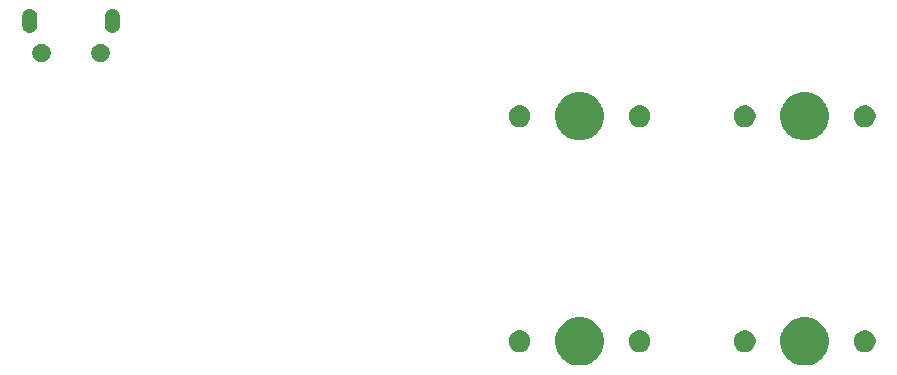
<source format=gbr>
G04 #@! TF.GenerationSoftware,KiCad,Pcbnew,(6.0.0-rc1-dev-1574-g3a1e66dba-dirty)*
G04 #@! TF.CreationDate,2019-01-27T21:49:17+01:00
G04 #@! TF.ProjectId,ai03_tutorial,61693033-5f74-4757-946f-7269616c2e6b,rev?*
G04 #@! TF.SameCoordinates,Original*
G04 #@! TF.FileFunction,Soldermask,Top*
G04 #@! TF.FilePolarity,Negative*
%FSLAX46Y46*%
G04 Gerber Fmt 4.6, Leading zero omitted, Abs format (unit mm)*
G04 Created by KiCad (PCBNEW (6.0.0-rc1-dev-1574-g3a1e66dba-dirty)) date 2019 January 27, Sunday 21:49:17*
%MOMM*%
%LPD*%
G04 APERTURE LIST*
%ADD10C,0.100000*%
G04 APERTURE END LIST*
D10*
G36*
X158920473Y-102636685D02*
G01*
X158920475Y-102636686D01*
X158920476Y-102636686D01*
X159292624Y-102790834D01*
X159627549Y-103014624D01*
X159912378Y-103299453D01*
X160136168Y-103634378D01*
X160168563Y-103712587D01*
X160290317Y-104006529D01*
X160368901Y-104401595D01*
X160368901Y-104804407D01*
X160321715Y-105041627D01*
X160290316Y-105199476D01*
X160136168Y-105571624D01*
X159912378Y-105906549D01*
X159627549Y-106191378D01*
X159292624Y-106415168D01*
X158920476Y-106569316D01*
X158920475Y-106569316D01*
X158920473Y-106569317D01*
X158525407Y-106647901D01*
X158122595Y-106647901D01*
X157727529Y-106569317D01*
X157727527Y-106569316D01*
X157727526Y-106569316D01*
X157355378Y-106415168D01*
X157020453Y-106191378D01*
X156735624Y-105906549D01*
X156511834Y-105571624D01*
X156357686Y-105199476D01*
X156326288Y-105041627D01*
X156279101Y-104804407D01*
X156279101Y-104401595D01*
X156357685Y-104006529D01*
X156479439Y-103712587D01*
X156511834Y-103634378D01*
X156735624Y-103299453D01*
X157020453Y-103014624D01*
X157355378Y-102790834D01*
X157727526Y-102636686D01*
X157727527Y-102636686D01*
X157727529Y-102636685D01*
X158122595Y-102558101D01*
X158525407Y-102558101D01*
X158920473Y-102636685D01*
X158920473Y-102636685D01*
G37*
G36*
X139863473Y-102636685D02*
G01*
X139863475Y-102636686D01*
X139863476Y-102636686D01*
X140235624Y-102790834D01*
X140570549Y-103014624D01*
X140855378Y-103299453D01*
X141079168Y-103634378D01*
X141111563Y-103712587D01*
X141233317Y-104006529D01*
X141311901Y-104401595D01*
X141311901Y-104804407D01*
X141264715Y-105041627D01*
X141233316Y-105199476D01*
X141079168Y-105571624D01*
X140855378Y-105906549D01*
X140570549Y-106191378D01*
X140235624Y-106415168D01*
X139863476Y-106569316D01*
X139863475Y-106569316D01*
X139863473Y-106569317D01*
X139468407Y-106647901D01*
X139065595Y-106647901D01*
X138670529Y-106569317D01*
X138670527Y-106569316D01*
X138670526Y-106569316D01*
X138298378Y-106415168D01*
X137963453Y-106191378D01*
X137678624Y-105906549D01*
X137454834Y-105571624D01*
X137300686Y-105199476D01*
X137269288Y-105041627D01*
X137222101Y-104804407D01*
X137222101Y-104401595D01*
X137300685Y-104006529D01*
X137422439Y-103712587D01*
X137454834Y-103634378D01*
X137678624Y-103299453D01*
X137963453Y-103014624D01*
X138298378Y-102790834D01*
X138670526Y-102636686D01*
X138670527Y-102636686D01*
X138670529Y-102636685D01*
X139065595Y-102558101D01*
X139468407Y-102558101D01*
X139863473Y-102636685D01*
X139863473Y-102636685D01*
G37*
G36*
X163674105Y-103712586D02*
G01*
X163842627Y-103782390D01*
X163994292Y-103883729D01*
X164123273Y-104012710D01*
X164224612Y-104164375D01*
X164294416Y-104332897D01*
X164330001Y-104511798D01*
X164330001Y-104694204D01*
X164294416Y-104873105D01*
X164224612Y-105041627D01*
X164123273Y-105193292D01*
X163994292Y-105322273D01*
X163842627Y-105423612D01*
X163674105Y-105493416D01*
X163495204Y-105529001D01*
X163312798Y-105529001D01*
X163133897Y-105493416D01*
X162965375Y-105423612D01*
X162813710Y-105322273D01*
X162684729Y-105193292D01*
X162583390Y-105041627D01*
X162513586Y-104873105D01*
X162478001Y-104694204D01*
X162478001Y-104511798D01*
X162513586Y-104332897D01*
X162583390Y-104164375D01*
X162684729Y-104012710D01*
X162813710Y-103883729D01*
X162965375Y-103782390D01*
X163133897Y-103712586D01*
X163312798Y-103677001D01*
X163495204Y-103677001D01*
X163674105Y-103712586D01*
X163674105Y-103712586D01*
G37*
G36*
X153514105Y-103712586D02*
G01*
X153682627Y-103782390D01*
X153834292Y-103883729D01*
X153963273Y-104012710D01*
X154064612Y-104164375D01*
X154134416Y-104332897D01*
X154170001Y-104511798D01*
X154170001Y-104694204D01*
X154134416Y-104873105D01*
X154064612Y-105041627D01*
X153963273Y-105193292D01*
X153834292Y-105322273D01*
X153682627Y-105423612D01*
X153514105Y-105493416D01*
X153335204Y-105529001D01*
X153152798Y-105529001D01*
X152973897Y-105493416D01*
X152805375Y-105423612D01*
X152653710Y-105322273D01*
X152524729Y-105193292D01*
X152423390Y-105041627D01*
X152353586Y-104873105D01*
X152318001Y-104694204D01*
X152318001Y-104511798D01*
X152353586Y-104332897D01*
X152423390Y-104164375D01*
X152524729Y-104012710D01*
X152653710Y-103883729D01*
X152805375Y-103782390D01*
X152973897Y-103712586D01*
X153152798Y-103677001D01*
X153335204Y-103677001D01*
X153514105Y-103712586D01*
X153514105Y-103712586D01*
G37*
G36*
X144617105Y-103712586D02*
G01*
X144785627Y-103782390D01*
X144937292Y-103883729D01*
X145066273Y-104012710D01*
X145167612Y-104164375D01*
X145237416Y-104332897D01*
X145273001Y-104511798D01*
X145273001Y-104694204D01*
X145237416Y-104873105D01*
X145167612Y-105041627D01*
X145066273Y-105193292D01*
X144937292Y-105322273D01*
X144785627Y-105423612D01*
X144617105Y-105493416D01*
X144438204Y-105529001D01*
X144255798Y-105529001D01*
X144076897Y-105493416D01*
X143908375Y-105423612D01*
X143756710Y-105322273D01*
X143627729Y-105193292D01*
X143526390Y-105041627D01*
X143456586Y-104873105D01*
X143421001Y-104694204D01*
X143421001Y-104511798D01*
X143456586Y-104332897D01*
X143526390Y-104164375D01*
X143627729Y-104012710D01*
X143756710Y-103883729D01*
X143908375Y-103782390D01*
X144076897Y-103712586D01*
X144255798Y-103677001D01*
X144438204Y-103677001D01*
X144617105Y-103712586D01*
X144617105Y-103712586D01*
G37*
G36*
X134457105Y-103712586D02*
G01*
X134625627Y-103782390D01*
X134777292Y-103883729D01*
X134906273Y-104012710D01*
X135007612Y-104164375D01*
X135077416Y-104332897D01*
X135113001Y-104511798D01*
X135113001Y-104694204D01*
X135077416Y-104873105D01*
X135007612Y-105041627D01*
X134906273Y-105193292D01*
X134777292Y-105322273D01*
X134625627Y-105423612D01*
X134457105Y-105493416D01*
X134278204Y-105529001D01*
X134095798Y-105529001D01*
X133916897Y-105493416D01*
X133748375Y-105423612D01*
X133596710Y-105322273D01*
X133467729Y-105193292D01*
X133366390Y-105041627D01*
X133296586Y-104873105D01*
X133261001Y-104694204D01*
X133261001Y-104511798D01*
X133296586Y-104332897D01*
X133366390Y-104164375D01*
X133467729Y-104012710D01*
X133596710Y-103883729D01*
X133748375Y-103782390D01*
X133916897Y-103712586D01*
X134095798Y-103677001D01*
X134278204Y-103677001D01*
X134457105Y-103712586D01*
X134457105Y-103712586D01*
G37*
G36*
X158920473Y-83579685D02*
G01*
X158920475Y-83579686D01*
X158920476Y-83579686D01*
X159292624Y-83733834D01*
X159627549Y-83957624D01*
X159912378Y-84242453D01*
X160136168Y-84577378D01*
X160168563Y-84655587D01*
X160290317Y-84949529D01*
X160368901Y-85344595D01*
X160368901Y-85747407D01*
X160321715Y-85984627D01*
X160290316Y-86142476D01*
X160136168Y-86514624D01*
X159912378Y-86849549D01*
X159627549Y-87134378D01*
X159292624Y-87358168D01*
X158920476Y-87512316D01*
X158920475Y-87512316D01*
X158920473Y-87512317D01*
X158525407Y-87590901D01*
X158122595Y-87590901D01*
X157727529Y-87512317D01*
X157727527Y-87512316D01*
X157727526Y-87512316D01*
X157355378Y-87358168D01*
X157020453Y-87134378D01*
X156735624Y-86849549D01*
X156511834Y-86514624D01*
X156357686Y-86142476D01*
X156326288Y-85984627D01*
X156279101Y-85747407D01*
X156279101Y-85344595D01*
X156357685Y-84949529D01*
X156479439Y-84655587D01*
X156511834Y-84577378D01*
X156735624Y-84242453D01*
X157020453Y-83957624D01*
X157355378Y-83733834D01*
X157727526Y-83579686D01*
X157727527Y-83579686D01*
X157727529Y-83579685D01*
X158122595Y-83501101D01*
X158525407Y-83501101D01*
X158920473Y-83579685D01*
X158920473Y-83579685D01*
G37*
G36*
X139863473Y-83579685D02*
G01*
X139863475Y-83579686D01*
X139863476Y-83579686D01*
X140235624Y-83733834D01*
X140570549Y-83957624D01*
X140855378Y-84242453D01*
X141079168Y-84577378D01*
X141111563Y-84655587D01*
X141233317Y-84949529D01*
X141311901Y-85344595D01*
X141311901Y-85747407D01*
X141264715Y-85984627D01*
X141233316Y-86142476D01*
X141079168Y-86514624D01*
X140855378Y-86849549D01*
X140570549Y-87134378D01*
X140235624Y-87358168D01*
X139863476Y-87512316D01*
X139863475Y-87512316D01*
X139863473Y-87512317D01*
X139468407Y-87590901D01*
X139065595Y-87590901D01*
X138670529Y-87512317D01*
X138670527Y-87512316D01*
X138670526Y-87512316D01*
X138298378Y-87358168D01*
X137963453Y-87134378D01*
X137678624Y-86849549D01*
X137454834Y-86514624D01*
X137300686Y-86142476D01*
X137269288Y-85984627D01*
X137222101Y-85747407D01*
X137222101Y-85344595D01*
X137300685Y-84949529D01*
X137422439Y-84655587D01*
X137454834Y-84577378D01*
X137678624Y-84242453D01*
X137963453Y-83957624D01*
X138298378Y-83733834D01*
X138670526Y-83579686D01*
X138670527Y-83579686D01*
X138670529Y-83579685D01*
X139065595Y-83501101D01*
X139468407Y-83501101D01*
X139863473Y-83579685D01*
X139863473Y-83579685D01*
G37*
G36*
X144617105Y-84655586D02*
G01*
X144785627Y-84725390D01*
X144937292Y-84826729D01*
X145066273Y-84955710D01*
X145167612Y-85107375D01*
X145237416Y-85275897D01*
X145273001Y-85454798D01*
X145273001Y-85637204D01*
X145237416Y-85816105D01*
X145167612Y-85984627D01*
X145066273Y-86136292D01*
X144937292Y-86265273D01*
X144785627Y-86366612D01*
X144617105Y-86436416D01*
X144438204Y-86472001D01*
X144255798Y-86472001D01*
X144076897Y-86436416D01*
X143908375Y-86366612D01*
X143756710Y-86265273D01*
X143627729Y-86136292D01*
X143526390Y-85984627D01*
X143456586Y-85816105D01*
X143421001Y-85637204D01*
X143421001Y-85454798D01*
X143456586Y-85275897D01*
X143526390Y-85107375D01*
X143627729Y-84955710D01*
X143756710Y-84826729D01*
X143908375Y-84725390D01*
X144076897Y-84655586D01*
X144255798Y-84620001D01*
X144438204Y-84620001D01*
X144617105Y-84655586D01*
X144617105Y-84655586D01*
G37*
G36*
X134457105Y-84655586D02*
G01*
X134625627Y-84725390D01*
X134777292Y-84826729D01*
X134906273Y-84955710D01*
X135007612Y-85107375D01*
X135077416Y-85275897D01*
X135113001Y-85454798D01*
X135113001Y-85637204D01*
X135077416Y-85816105D01*
X135007612Y-85984627D01*
X134906273Y-86136292D01*
X134777292Y-86265273D01*
X134625627Y-86366612D01*
X134457105Y-86436416D01*
X134278204Y-86472001D01*
X134095798Y-86472001D01*
X133916897Y-86436416D01*
X133748375Y-86366612D01*
X133596710Y-86265273D01*
X133467729Y-86136292D01*
X133366390Y-85984627D01*
X133296586Y-85816105D01*
X133261001Y-85637204D01*
X133261001Y-85454798D01*
X133296586Y-85275897D01*
X133366390Y-85107375D01*
X133467729Y-84955710D01*
X133596710Y-84826729D01*
X133748375Y-84725390D01*
X133916897Y-84655586D01*
X134095798Y-84620001D01*
X134278204Y-84620001D01*
X134457105Y-84655586D01*
X134457105Y-84655586D01*
G37*
G36*
X153514105Y-84655586D02*
G01*
X153682627Y-84725390D01*
X153834292Y-84826729D01*
X153963273Y-84955710D01*
X154064612Y-85107375D01*
X154134416Y-85275897D01*
X154170001Y-85454798D01*
X154170001Y-85637204D01*
X154134416Y-85816105D01*
X154064612Y-85984627D01*
X153963273Y-86136292D01*
X153834292Y-86265273D01*
X153682627Y-86366612D01*
X153514105Y-86436416D01*
X153335204Y-86472001D01*
X153152798Y-86472001D01*
X152973897Y-86436416D01*
X152805375Y-86366612D01*
X152653710Y-86265273D01*
X152524729Y-86136292D01*
X152423390Y-85984627D01*
X152353586Y-85816105D01*
X152318001Y-85637204D01*
X152318001Y-85454798D01*
X152353586Y-85275897D01*
X152423390Y-85107375D01*
X152524729Y-84955710D01*
X152653710Y-84826729D01*
X152805375Y-84725390D01*
X152973897Y-84655586D01*
X153152798Y-84620001D01*
X153335204Y-84620001D01*
X153514105Y-84655586D01*
X153514105Y-84655586D01*
G37*
G36*
X163674105Y-84655586D02*
G01*
X163842627Y-84725390D01*
X163994292Y-84826729D01*
X164123273Y-84955710D01*
X164224612Y-85107375D01*
X164294416Y-85275897D01*
X164330001Y-85454798D01*
X164330001Y-85637204D01*
X164294416Y-85816105D01*
X164224612Y-85984627D01*
X164123273Y-86136292D01*
X163994292Y-86265273D01*
X163842627Y-86366612D01*
X163674105Y-86436416D01*
X163495204Y-86472001D01*
X163312798Y-86472001D01*
X163133897Y-86436416D01*
X162965375Y-86366612D01*
X162813710Y-86265273D01*
X162684729Y-86136292D01*
X162583390Y-85984627D01*
X162513586Y-85816105D01*
X162478001Y-85637204D01*
X162478001Y-85454798D01*
X162513586Y-85275897D01*
X162583390Y-85107375D01*
X162684729Y-84955710D01*
X162813710Y-84826729D01*
X162965375Y-84725390D01*
X163133897Y-84655586D01*
X163312798Y-84620001D01*
X163495204Y-84620001D01*
X163674105Y-84655586D01*
X163674105Y-84655586D01*
G37*
G36*
X93936349Y-79423820D02*
G01*
X93936352Y-79423821D01*
X93936351Y-79423821D01*
X94077574Y-79482317D01*
X94077575Y-79482318D01*
X94204674Y-79567243D01*
X94312757Y-79675326D01*
X94312759Y-79675329D01*
X94397683Y-79802426D01*
X94442927Y-79911657D01*
X94456180Y-79943651D01*
X94486000Y-80093569D01*
X94486000Y-80246431D01*
X94456180Y-80396349D01*
X94456179Y-80396351D01*
X94397683Y-80537574D01*
X94397682Y-80537575D01*
X94312757Y-80664674D01*
X94204674Y-80772757D01*
X94204671Y-80772759D01*
X94077574Y-80857683D01*
X93968343Y-80902927D01*
X93936349Y-80916180D01*
X93786431Y-80946000D01*
X93633569Y-80946000D01*
X93483651Y-80916180D01*
X93451657Y-80902927D01*
X93342426Y-80857683D01*
X93215329Y-80772759D01*
X93215326Y-80772757D01*
X93107243Y-80664674D01*
X93022318Y-80537575D01*
X93022317Y-80537574D01*
X92963821Y-80396351D01*
X92963820Y-80396349D01*
X92934000Y-80246431D01*
X92934000Y-80093569D01*
X92963820Y-79943651D01*
X92977073Y-79911657D01*
X93022317Y-79802426D01*
X93107241Y-79675329D01*
X93107243Y-79675326D01*
X93215326Y-79567243D01*
X93342425Y-79482318D01*
X93342426Y-79482317D01*
X93483649Y-79423821D01*
X93483648Y-79423821D01*
X93483651Y-79423820D01*
X93633569Y-79394000D01*
X93786431Y-79394000D01*
X93936349Y-79423820D01*
X93936349Y-79423820D01*
G37*
G36*
X98936349Y-79423820D02*
G01*
X98936352Y-79423821D01*
X98936351Y-79423821D01*
X99077574Y-79482317D01*
X99077575Y-79482318D01*
X99204674Y-79567243D01*
X99312757Y-79675326D01*
X99312759Y-79675329D01*
X99397683Y-79802426D01*
X99442927Y-79911657D01*
X99456180Y-79943651D01*
X99486000Y-80093569D01*
X99486000Y-80246431D01*
X99456180Y-80396349D01*
X99456179Y-80396351D01*
X99397683Y-80537574D01*
X99397682Y-80537575D01*
X99312757Y-80664674D01*
X99204674Y-80772757D01*
X99204671Y-80772759D01*
X99077574Y-80857683D01*
X98968343Y-80902927D01*
X98936349Y-80916180D01*
X98786431Y-80946000D01*
X98633569Y-80946000D01*
X98483651Y-80916180D01*
X98451657Y-80902927D01*
X98342426Y-80857683D01*
X98215329Y-80772759D01*
X98215326Y-80772757D01*
X98107243Y-80664674D01*
X98022318Y-80537575D01*
X98022317Y-80537574D01*
X97963821Y-80396351D01*
X97963820Y-80396349D01*
X97934000Y-80246431D01*
X97934000Y-80093569D01*
X97963820Y-79943651D01*
X97977073Y-79911657D01*
X98022317Y-79802426D01*
X98107241Y-79675329D01*
X98107243Y-79675326D01*
X98215326Y-79567243D01*
X98342425Y-79482318D01*
X98342426Y-79482317D01*
X98483649Y-79423821D01*
X98483648Y-79423821D01*
X98483651Y-79423820D01*
X98633569Y-79394000D01*
X98786431Y-79394000D01*
X98936349Y-79423820D01*
X98936349Y-79423820D01*
G37*
G36*
X99837617Y-76478420D02*
G01*
X99919426Y-76503237D01*
X99960332Y-76515645D01*
X100020782Y-76547957D01*
X100073425Y-76576095D01*
X100172553Y-76657447D01*
X100253905Y-76756574D01*
X100253906Y-76756576D01*
X100314355Y-76869667D01*
X100314356Y-76869670D01*
X100351580Y-76992382D01*
X100361000Y-77088027D01*
X100361000Y-77851973D01*
X100351580Y-77947618D01*
X100326763Y-78029427D01*
X100314355Y-78070333D01*
X100260819Y-78170491D01*
X100253905Y-78183426D01*
X100172553Y-78282553D01*
X100073426Y-78363905D01*
X100073424Y-78363906D01*
X99960333Y-78424355D01*
X99919427Y-78436763D01*
X99837618Y-78461580D01*
X99710000Y-78474149D01*
X99582383Y-78461580D01*
X99500574Y-78436763D01*
X99459668Y-78424355D01*
X99346577Y-78363906D01*
X99346575Y-78363905D01*
X99247448Y-78282553D01*
X99166096Y-78183426D01*
X99105645Y-78070332D01*
X99068420Y-77947618D01*
X99059000Y-77851973D01*
X99059000Y-77088028D01*
X99068420Y-76992383D01*
X99093237Y-76910574D01*
X99105645Y-76869668D01*
X99137957Y-76809218D01*
X99166095Y-76756575D01*
X99247447Y-76657447D01*
X99346574Y-76576095D01*
X99359509Y-76569181D01*
X99459667Y-76515645D01*
X99500573Y-76503237D01*
X99582382Y-76478420D01*
X99710000Y-76465851D01*
X99837617Y-76478420D01*
X99837617Y-76478420D01*
G37*
G36*
X92837618Y-76478420D02*
G01*
X92919427Y-76503237D01*
X92960333Y-76515645D01*
X93060491Y-76569181D01*
X93073426Y-76576095D01*
X93172553Y-76657447D01*
X93253905Y-76756574D01*
X93253906Y-76756576D01*
X93314355Y-76869667D01*
X93314356Y-76869670D01*
X93351580Y-76992382D01*
X93361000Y-77088027D01*
X93361000Y-77851973D01*
X93351580Y-77947618D01*
X93326763Y-78029427D01*
X93314355Y-78070333D01*
X93260819Y-78170491D01*
X93253905Y-78183426D01*
X93172553Y-78282553D01*
X93073425Y-78363905D01*
X93020782Y-78392043D01*
X92960332Y-78424355D01*
X92919426Y-78436763D01*
X92837617Y-78461580D01*
X92710000Y-78474149D01*
X92582382Y-78461580D01*
X92500573Y-78436763D01*
X92459667Y-78424355D01*
X92346576Y-78363906D01*
X92346574Y-78363905D01*
X92247447Y-78282553D01*
X92166095Y-78183425D01*
X92105646Y-78070333D01*
X92105645Y-78070332D01*
X92068421Y-77947619D01*
X92068420Y-77947617D01*
X92059000Y-77851972D01*
X92059000Y-77088027D01*
X92068420Y-76992382D01*
X92105645Y-76869668D01*
X92166096Y-76756574D01*
X92247448Y-76657447D01*
X92346575Y-76576095D01*
X92359510Y-76569181D01*
X92459668Y-76515645D01*
X92500574Y-76503237D01*
X92582383Y-76478420D01*
X92710000Y-76465851D01*
X92837618Y-76478420D01*
X92837618Y-76478420D01*
G37*
M02*

</source>
